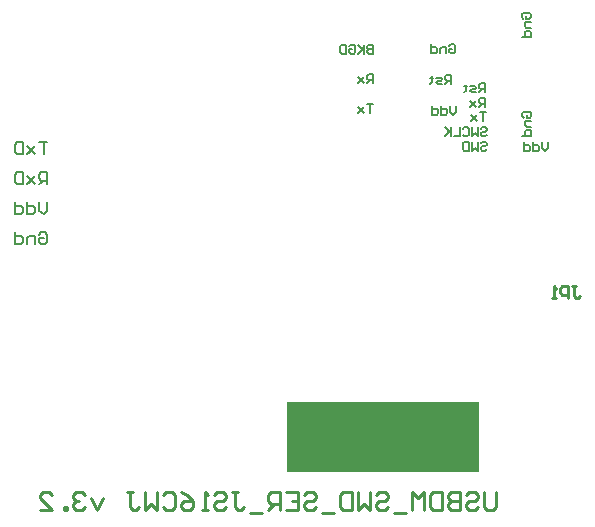
<source format=gbo>
G04 Layer_Color=32896*
%FSLAX23Y23*%
%MOIN*%
G70*
G01*
G75*
%ADD22C,0.010*%
%ADD40C,0.008*%
%ADD43C,0.005*%
%ADD68R,0.640X0.238*%
D22*
X1928Y810D02*
X1942D01*
X1935D01*
Y777D01*
X1942Y770D01*
X1948D01*
X1955Y777D01*
X1915Y770D02*
Y810D01*
X1895D01*
X1888Y803D01*
Y790D01*
X1895Y783D01*
X1915D01*
X1875Y770D02*
X1862D01*
X1868D01*
Y810D01*
X1875Y803D01*
X1675Y125D02*
Y75D01*
X1665Y65D01*
X1645D01*
X1635Y75D01*
Y125D01*
X1575Y115D02*
X1585Y125D01*
X1605D01*
X1615Y115D01*
Y105D01*
X1605Y95D01*
X1585D01*
X1575Y85D01*
Y75D01*
X1585Y65D01*
X1605D01*
X1615Y75D01*
X1555Y125D02*
Y65D01*
X1525D01*
X1515Y75D01*
Y85D01*
X1525Y95D01*
X1555D01*
X1525D01*
X1515Y105D01*
Y115D01*
X1525Y125D01*
X1555D01*
X1495D02*
Y65D01*
X1465D01*
X1455Y75D01*
Y115D01*
X1465Y125D01*
X1495D01*
X1435Y65D02*
Y125D01*
X1415Y105D01*
X1395Y125D01*
Y65D01*
X1375Y55D02*
X1335D01*
X1275Y115D02*
X1285Y125D01*
X1305D01*
X1315Y115D01*
Y105D01*
X1305Y95D01*
X1285D01*
X1275Y85D01*
Y75D01*
X1285Y65D01*
X1305D01*
X1315Y75D01*
X1255Y125D02*
Y65D01*
X1235Y85D01*
X1215Y65D01*
Y125D01*
X1195D02*
Y65D01*
X1165D01*
X1155Y75D01*
Y115D01*
X1165Y125D01*
X1195D01*
X1135Y55D02*
X1095D01*
X1035Y115D02*
X1045Y125D01*
X1065D01*
X1075Y115D01*
Y105D01*
X1065Y95D01*
X1045D01*
X1035Y85D01*
Y75D01*
X1045Y65D01*
X1065D01*
X1075Y75D01*
X975Y125D02*
X1015D01*
Y65D01*
X975D01*
X1015Y95D02*
X995D01*
X955Y65D02*
Y125D01*
X925D01*
X915Y115D01*
Y95D01*
X925Y85D01*
X955D01*
X935D02*
X915Y65D01*
X895Y55D02*
X855D01*
X795Y125D02*
X815D01*
X805D01*
Y75D01*
X815Y65D01*
X825D01*
X835Y75D01*
X735Y115D02*
X745Y125D01*
X765D01*
X775Y115D01*
Y105D01*
X765Y95D01*
X745D01*
X735Y85D01*
Y75D01*
X745Y65D01*
X765D01*
X775Y75D01*
X715Y65D02*
X695D01*
X705D01*
Y125D01*
X715Y115D01*
X625Y125D02*
X645Y115D01*
X665Y95D01*
Y75D01*
X655Y65D01*
X635D01*
X625Y75D01*
Y85D01*
X635Y95D01*
X665D01*
X565Y115D02*
X575Y125D01*
X595D01*
X605Y115D01*
Y75D01*
X595Y65D01*
X575D01*
X565Y75D01*
X545Y125D02*
Y65D01*
X525Y85D01*
X505Y65D01*
Y125D01*
X445D02*
X465D01*
X455D01*
Y75D01*
X465Y65D01*
X475D01*
X485Y75D01*
X365Y105D02*
X345Y65D01*
X325Y105D01*
X305Y115D02*
X295Y125D01*
X275D01*
X265Y115D01*
Y105D01*
X275Y95D01*
X285D01*
X275D01*
X265Y85D01*
Y75D01*
X275Y65D01*
X295D01*
X305Y75D01*
X245Y65D02*
Y75D01*
X235D01*
Y65D01*
X245D01*
X155D02*
X195D01*
X155Y105D01*
Y115D01*
X165Y125D01*
X185D01*
X195Y115D01*
D40*
X180Y1150D02*
Y1190D01*
X160D01*
X153Y1183D01*
Y1170D01*
X160Y1163D01*
X180D01*
X167D02*
X153Y1150D01*
X140Y1177D02*
X113Y1150D01*
X127Y1163D01*
X113Y1177D01*
X140Y1150D01*
X100Y1190D02*
Y1150D01*
X80D01*
X73Y1157D01*
Y1183D01*
X80Y1190D01*
X100D01*
X180Y1290D02*
X153D01*
X167D01*
Y1250D01*
X140Y1277D02*
X113Y1250D01*
X127Y1263D01*
X113Y1277D01*
X140Y1250D01*
X100Y1290D02*
Y1250D01*
X80D01*
X73Y1257D01*
Y1283D01*
X80Y1290D01*
X100D01*
X153Y983D02*
X160Y990D01*
X173D01*
X180Y983D01*
Y957D01*
X173Y950D01*
X160D01*
X153Y957D01*
Y970D01*
X167D01*
X140Y950D02*
Y977D01*
X120D01*
X113Y970D01*
Y950D01*
X73Y990D02*
Y950D01*
X93D01*
X100Y957D01*
Y970D01*
X93Y977D01*
X73D01*
X180Y1090D02*
Y1063D01*
X167Y1050D01*
X153Y1063D01*
Y1090D01*
X113D02*
Y1050D01*
X133D01*
X140Y1057D01*
Y1070D01*
X133Y1077D01*
X113D01*
X73Y1090D02*
Y1050D01*
X93D01*
X100Y1057D01*
Y1070D01*
X93Y1077D01*
X73D01*
D43*
X1266Y1615D02*
Y1585D01*
X1251D01*
X1246Y1590D01*
Y1595D01*
X1251Y1600D01*
X1266D01*
X1251D01*
X1246Y1605D01*
Y1610D01*
X1251Y1615D01*
X1266D01*
X1236D02*
Y1585D01*
Y1595D01*
X1216Y1615D01*
X1231Y1600D01*
X1216Y1585D01*
X1186Y1610D02*
X1191Y1615D01*
X1201D01*
X1206Y1610D01*
Y1590D01*
X1201Y1585D01*
X1191D01*
X1186Y1590D01*
Y1600D01*
X1196D01*
X1176Y1615D02*
Y1585D01*
X1161D01*
X1156Y1590D01*
Y1610D01*
X1161Y1615D01*
X1176D01*
X1266Y1488D02*
Y1518D01*
X1251D01*
X1246Y1513D01*
Y1503D01*
X1251Y1498D01*
X1266D01*
X1256D02*
X1246Y1488D01*
X1236Y1508D02*
X1216Y1488D01*
X1226Y1498D01*
X1216Y1508D01*
X1236Y1488D01*
X1266Y1417D02*
X1246D01*
X1256D01*
Y1387D01*
X1236Y1407D02*
X1216Y1387D01*
X1226Y1397D01*
X1216Y1407D01*
X1236Y1387D01*
X1520Y1612D02*
X1525Y1617D01*
X1535D01*
X1540Y1612D01*
Y1592D01*
X1535Y1587D01*
X1525D01*
X1520Y1592D01*
Y1602D01*
X1530D01*
X1510Y1587D02*
Y1607D01*
X1495D01*
X1490Y1602D01*
Y1587D01*
X1460Y1617D02*
Y1587D01*
X1475D01*
X1480Y1592D01*
Y1602D01*
X1475Y1607D01*
X1460D01*
X1526Y1486D02*
Y1516D01*
X1511D01*
X1506Y1511D01*
Y1501D01*
X1511Y1496D01*
X1526D01*
X1516D02*
X1506Y1486D01*
X1496D02*
X1481D01*
X1476Y1491D01*
X1481Y1496D01*
X1491D01*
X1496Y1501D01*
X1491Y1506D01*
X1476D01*
X1461Y1511D02*
Y1506D01*
X1466D01*
X1456D01*
X1461D01*
Y1491D01*
X1456Y1486D01*
X1543Y1413D02*
Y1393D01*
X1533Y1383D01*
X1523Y1393D01*
Y1413D01*
X1493D02*
Y1383D01*
X1508D01*
X1513Y1388D01*
Y1398D01*
X1508Y1403D01*
X1493D01*
X1463Y1413D02*
Y1383D01*
X1478D01*
X1483Y1388D01*
Y1398D01*
X1478Y1403D01*
X1463D01*
X1850Y1290D02*
Y1270D01*
X1840Y1260D01*
X1830Y1270D01*
Y1290D01*
X1800D02*
Y1260D01*
X1815D01*
X1820Y1265D01*
Y1275D01*
X1815Y1280D01*
X1800D01*
X1770Y1290D02*
Y1260D01*
X1785D01*
X1790Y1265D01*
Y1275D01*
X1785Y1280D01*
X1770D01*
X1624Y1287D02*
X1629Y1292D01*
X1639D01*
X1644Y1287D01*
Y1282D01*
X1639Y1277D01*
X1629D01*
X1624Y1272D01*
Y1267D01*
X1629Y1262D01*
X1639D01*
X1644Y1267D01*
X1614Y1292D02*
Y1262D01*
X1604Y1272D01*
X1594Y1262D01*
Y1292D01*
X1584D02*
Y1262D01*
X1569D01*
X1564Y1267D01*
Y1287D01*
X1569Y1292D01*
X1584D01*
X1624Y1335D02*
X1629Y1340D01*
X1639D01*
X1644Y1335D01*
Y1330D01*
X1639Y1325D01*
X1629D01*
X1624Y1320D01*
Y1315D01*
X1629Y1310D01*
X1639D01*
X1644Y1315D01*
X1614Y1340D02*
Y1310D01*
X1604Y1320D01*
X1594Y1310D01*
Y1340D01*
X1564Y1335D02*
X1569Y1340D01*
X1579D01*
X1584Y1335D01*
Y1315D01*
X1579Y1310D01*
X1569D01*
X1564Y1315D01*
X1554Y1340D02*
Y1310D01*
X1534D01*
X1524Y1340D02*
Y1310D01*
Y1320D01*
X1504Y1340D01*
X1519Y1325D01*
X1504Y1310D01*
X1641Y1390D02*
X1621D01*
X1631D01*
Y1360D01*
X1611Y1380D02*
X1591Y1360D01*
X1601Y1370D01*
X1591Y1380D01*
X1611Y1360D01*
X1639Y1409D02*
Y1439D01*
X1624D01*
X1619Y1434D01*
Y1424D01*
X1624Y1419D01*
X1639D01*
X1629D02*
X1619Y1409D01*
X1609Y1429D02*
X1589Y1409D01*
X1599Y1419D01*
X1589Y1429D01*
X1609Y1409D01*
X1640Y1458D02*
Y1488D01*
X1625D01*
X1620Y1483D01*
Y1473D01*
X1625Y1468D01*
X1640D01*
X1630D02*
X1620Y1458D01*
X1610D02*
X1595D01*
X1590Y1463D01*
X1595Y1468D01*
X1605D01*
X1610Y1473D01*
X1605Y1478D01*
X1590D01*
X1575Y1483D02*
Y1478D01*
X1580D01*
X1570D01*
X1575D01*
Y1463D01*
X1570Y1458D01*
X1766Y1702D02*
X1761Y1707D01*
Y1717D01*
X1766Y1722D01*
X1786D01*
X1791Y1717D01*
Y1707D01*
X1786Y1702D01*
X1776D01*
Y1712D01*
X1791Y1692D02*
X1771D01*
Y1677D01*
X1776Y1672D01*
X1791D01*
X1761Y1642D02*
X1791D01*
Y1657D01*
X1786Y1662D01*
X1776D01*
X1771Y1657D01*
Y1642D01*
X1767Y1372D02*
X1762Y1377D01*
Y1387D01*
X1767Y1392D01*
X1787D01*
X1792Y1387D01*
Y1377D01*
X1787Y1372D01*
X1777D01*
Y1382D01*
X1792Y1362D02*
X1772D01*
Y1347D01*
X1777Y1342D01*
X1792D01*
X1762Y1312D02*
X1792D01*
Y1327D01*
X1787Y1332D01*
X1777D01*
X1772Y1327D01*
Y1312D01*
D68*
X1300Y309D02*
D03*
M02*

</source>
